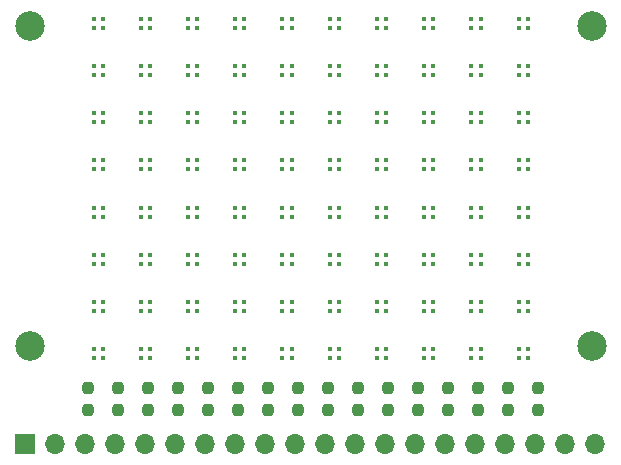
<source format=gbr>
%TF.GenerationSoftware,KiCad,Pcbnew,(6.0.10)*%
%TF.CreationDate,2023-02-01T20:58:39-08:00*%
%TF.ProjectId,pico8t-matrix,7069636f-3874-42d6-9d61-747269782e6b,rev?*%
%TF.SameCoordinates,Original*%
%TF.FileFunction,Soldermask,Top*%
%TF.FilePolarity,Negative*%
%FSLAX46Y46*%
G04 Gerber Fmt 4.6, Leading zero omitted, Abs format (unit mm)*
G04 Created by KiCad (PCBNEW (6.0.10)) date 2023-02-01 20:58:39*
%MOMM*%
%LPD*%
G01*
G04 APERTURE LIST*
G04 Aperture macros list*
%AMRoundRect*
0 Rectangle with rounded corners*
0 $1 Rounding radius*
0 $2 $3 $4 $5 $6 $7 $8 $9 X,Y pos of 4 corners*
0 Add a 4 corners polygon primitive as box body*
4,1,4,$2,$3,$4,$5,$6,$7,$8,$9,$2,$3,0*
0 Add four circle primitives for the rounded corners*
1,1,$1+$1,$2,$3*
1,1,$1+$1,$4,$5*
1,1,$1+$1,$6,$7*
1,1,$1+$1,$8,$9*
0 Add four rect primitives between the rounded corners*
20,1,$1+$1,$2,$3,$4,$5,0*
20,1,$1+$1,$4,$5,$6,$7,0*
20,1,$1+$1,$6,$7,$8,$9,0*
20,1,$1+$1,$8,$9,$2,$3,0*%
G04 Aperture macros list end*
%ADD10R,0.450000X0.450000*%
%ADD11RoundRect,0.237500X-0.237500X0.250000X-0.237500X-0.250000X0.237500X-0.250000X0.237500X0.250000X0*%
%ADD12C,2.500000*%
%ADD13O,1.700000X1.700000*%
%ADD14R,1.700000X1.700000*%
G04 APERTURE END LIST*
D10*
%TO.C,D42*%
X51625000Y-31565000D03*
X51625000Y-30795000D03*
X52395000Y-30795000D03*
X52395000Y-31565000D03*
%TD*%
%TO.C,D45*%
X63625000Y-31565000D03*
X63625000Y-30795000D03*
X64395000Y-30795000D03*
X64395000Y-31565000D03*
%TD*%
%TO.C,D51*%
X47625000Y-35565000D03*
X47625000Y-34795000D03*
X48395000Y-34795000D03*
X48395000Y-35565000D03*
%TD*%
%TO.C,D76*%
X67625000Y-43565000D03*
X67625000Y-42795000D03*
X68395000Y-42795000D03*
X68395000Y-43565000D03*
%TD*%
%TO.C,D73*%
X55625000Y-43565000D03*
X55625000Y-42795000D03*
X56395000Y-42795000D03*
X56395000Y-43565000D03*
%TD*%
%TO.C,D61*%
X47625000Y-39565000D03*
X47625000Y-38795000D03*
X48395000Y-38795000D03*
X48395000Y-39565000D03*
%TD*%
%TO.C,D14*%
X59625000Y-19565000D03*
X59625000Y-18795000D03*
X60395000Y-18795000D03*
X60395000Y-19565000D03*
%TD*%
%TO.C,D1*%
X47625000Y-15565000D03*
X47625000Y-14795000D03*
X48395000Y-14795000D03*
X48395000Y-15565000D03*
%TD*%
%TO.C,D24*%
X59625000Y-23565000D03*
X59625000Y-22795000D03*
X60395000Y-22795000D03*
X60395000Y-23565000D03*
%TD*%
%TO.C,D20*%
X43625000Y-23565000D03*
X43625000Y-22795000D03*
X44395000Y-22795000D03*
X44395000Y-23565000D03*
%TD*%
%TO.C,D33*%
X55625000Y-27565000D03*
X55625000Y-26795000D03*
X56395000Y-26795000D03*
X56395000Y-27565000D03*
%TD*%
%TO.C,D7*%
X71625000Y-15565000D03*
X71625000Y-14795000D03*
X72395000Y-14795000D03*
X72395000Y-15565000D03*
%TD*%
%TO.C,D59*%
X79625000Y-35565000D03*
X79625000Y-34795000D03*
X80395000Y-34795000D03*
X80395000Y-35565000D03*
%TD*%
%TO.C,D2*%
X51625000Y-15565000D03*
X51625000Y-14795000D03*
X52395000Y-14795000D03*
X52395000Y-15565000D03*
%TD*%
%TO.C,D5*%
X63625000Y-15565000D03*
X63625000Y-14795000D03*
X64395000Y-14795000D03*
X64395000Y-15565000D03*
%TD*%
%TO.C,D50*%
X43625000Y-35565000D03*
X43625000Y-34795000D03*
X44395000Y-34795000D03*
X44395000Y-35565000D03*
%TD*%
%TO.C,D9*%
X79625000Y-15565000D03*
X79625000Y-14795000D03*
X80395000Y-14795000D03*
X80395000Y-15565000D03*
%TD*%
%TO.C,D22*%
X51625000Y-23565000D03*
X51625000Y-22795000D03*
X52395000Y-22795000D03*
X52395000Y-23565000D03*
%TD*%
%TO.C,D28*%
X75625000Y-23565000D03*
X75625000Y-22795000D03*
X76395000Y-22795000D03*
X76395000Y-23565000D03*
%TD*%
%TO.C,D46*%
X67625000Y-31565000D03*
X67625000Y-30795000D03*
X68395000Y-30795000D03*
X68395000Y-31565000D03*
%TD*%
%TO.C,D17*%
X71625000Y-19565000D03*
X71625000Y-18795000D03*
X72395000Y-18795000D03*
X72395000Y-19565000D03*
%TD*%
%TO.C,D29*%
X79625000Y-23565000D03*
X79625000Y-22795000D03*
X80395000Y-22795000D03*
X80395000Y-23565000D03*
%TD*%
%TO.C,D18*%
X75625000Y-19565000D03*
X75625000Y-18795000D03*
X76395000Y-18795000D03*
X76395000Y-19565000D03*
%TD*%
%TO.C,D37*%
X71625000Y-27565000D03*
X71625000Y-26795000D03*
X72395000Y-26795000D03*
X72395000Y-27565000D03*
%TD*%
%TO.C,D56*%
X67625000Y-35565000D03*
X67625000Y-34795000D03*
X68395000Y-34795000D03*
X68395000Y-35565000D03*
%TD*%
%TO.C,D19*%
X79625000Y-19565000D03*
X79625000Y-18795000D03*
X80395000Y-18795000D03*
X80395000Y-19565000D03*
%TD*%
%TO.C,D53*%
X55625000Y-35565000D03*
X55625000Y-34795000D03*
X56395000Y-34795000D03*
X56395000Y-35565000D03*
%TD*%
%TO.C,D47*%
X71625000Y-31565000D03*
X71625000Y-30795000D03*
X72395000Y-30795000D03*
X72395000Y-31565000D03*
%TD*%
%TO.C,D69*%
X79625000Y-39565000D03*
X79625000Y-38795000D03*
X80395000Y-38795000D03*
X80395000Y-39565000D03*
%TD*%
%TO.C,D67*%
X71625000Y-39565000D03*
X71625000Y-38795000D03*
X72395000Y-38795000D03*
X72395000Y-39565000D03*
%TD*%
%TO.C,D43*%
X55625000Y-31565000D03*
X55625000Y-30795000D03*
X56395000Y-30795000D03*
X56395000Y-31565000D03*
%TD*%
%TO.C,D68*%
X75625000Y-39565000D03*
X75625000Y-38795000D03*
X76395000Y-38795000D03*
X76395000Y-39565000D03*
%TD*%
%TO.C,D58*%
X75625000Y-35565000D03*
X75625000Y-34795000D03*
X76395000Y-34795000D03*
X76395000Y-35565000D03*
%TD*%
%TO.C,D64*%
X59625000Y-39565000D03*
X59625000Y-38795000D03*
X60395000Y-38795000D03*
X60395000Y-39565000D03*
%TD*%
%TO.C,D71*%
X47625000Y-43565000D03*
X47625000Y-42795000D03*
X48395000Y-42795000D03*
X48395000Y-43565000D03*
%TD*%
%TO.C,D0*%
X43625000Y-15565000D03*
X43625000Y-14795000D03*
X44395000Y-14795000D03*
X44395000Y-15565000D03*
%TD*%
%TO.C,D26*%
X67625000Y-23565000D03*
X67625000Y-22795000D03*
X68395000Y-22795000D03*
X68395000Y-23565000D03*
%TD*%
%TO.C,D4*%
X59625000Y-15565000D03*
X59625000Y-14795000D03*
X60395000Y-14795000D03*
X60395000Y-15565000D03*
%TD*%
%TO.C,D40*%
X43625000Y-31565000D03*
X43625000Y-30795000D03*
X44395000Y-30795000D03*
X44395000Y-31565000D03*
%TD*%
%TO.C,D60*%
X43625000Y-39565000D03*
X43625000Y-38795000D03*
X44395000Y-38795000D03*
X44395000Y-39565000D03*
%TD*%
%TO.C,D31*%
X47625000Y-27565000D03*
X47625000Y-26795000D03*
X48395000Y-26795000D03*
X48395000Y-27565000D03*
%TD*%
%TO.C,D36*%
X67625000Y-27565000D03*
X67625000Y-26795000D03*
X68395000Y-26795000D03*
X68395000Y-27565000D03*
%TD*%
%TO.C,D52*%
X51625000Y-35565000D03*
X51625000Y-34795000D03*
X52395000Y-34795000D03*
X52395000Y-35565000D03*
%TD*%
%TO.C,D39*%
X79625000Y-27565000D03*
X79625000Y-26795000D03*
X80395000Y-26795000D03*
X80395000Y-27565000D03*
%TD*%
%TO.C,D49*%
X79625000Y-31565000D03*
X79625000Y-30795000D03*
X80395000Y-30795000D03*
X80395000Y-31565000D03*
%TD*%
%TO.C,D38*%
X75625000Y-27565000D03*
X75625000Y-26795000D03*
X76395000Y-26795000D03*
X76395000Y-27565000D03*
%TD*%
%TO.C,D62*%
X51625000Y-39565000D03*
X51625000Y-38795000D03*
X52395000Y-38795000D03*
X52395000Y-39565000D03*
%TD*%
%TO.C,D8*%
X75625000Y-15565000D03*
X75625000Y-14795000D03*
X76395000Y-14795000D03*
X76395000Y-15565000D03*
%TD*%
%TO.C,D34*%
X59625000Y-27565000D03*
X59625000Y-26795000D03*
X60395000Y-26795000D03*
X60395000Y-27565000D03*
%TD*%
%TO.C,D55*%
X63625000Y-35565000D03*
X63625000Y-34795000D03*
X64395000Y-34795000D03*
X64395000Y-35565000D03*
%TD*%
%TO.C,D75*%
X63625000Y-43565000D03*
X63625000Y-42795000D03*
X64395000Y-42795000D03*
X64395000Y-43565000D03*
%TD*%
%TO.C,D74*%
X59625000Y-43565000D03*
X59625000Y-42795000D03*
X60395000Y-42795000D03*
X60395000Y-43565000D03*
%TD*%
%TO.C,D70*%
X43625000Y-43565000D03*
X43625000Y-42795000D03*
X44395000Y-42795000D03*
X44395000Y-43565000D03*
%TD*%
%TO.C,D54*%
X59625000Y-35565000D03*
X59625000Y-34795000D03*
X60395000Y-34795000D03*
X60395000Y-35565000D03*
%TD*%
%TO.C,D25*%
X63625000Y-23565000D03*
X63625000Y-22795000D03*
X64395000Y-22795000D03*
X64395000Y-23565000D03*
%TD*%
%TO.C,D66*%
X67625000Y-39565000D03*
X67625000Y-38795000D03*
X68395000Y-38795000D03*
X68395000Y-39565000D03*
%TD*%
%TO.C,D12*%
X51625000Y-19565000D03*
X51625000Y-18795000D03*
X52395000Y-18795000D03*
X52395000Y-19565000D03*
%TD*%
%TO.C,D13*%
X55625000Y-19565000D03*
X55625000Y-18795000D03*
X56395000Y-18795000D03*
X56395000Y-19565000D03*
%TD*%
%TO.C,D48*%
X75625000Y-31565000D03*
X75625000Y-30795000D03*
X76395000Y-30795000D03*
X76395000Y-31565000D03*
%TD*%
%TO.C,D63*%
X55625000Y-39565000D03*
X55625000Y-38795000D03*
X56395000Y-38795000D03*
X56395000Y-39565000D03*
%TD*%
%TO.C,D44*%
X59625000Y-31565000D03*
X59625000Y-30795000D03*
X60395000Y-30795000D03*
X60395000Y-31565000D03*
%TD*%
%TO.C,D16*%
X67625000Y-19565000D03*
X67625000Y-18795000D03*
X68395000Y-18795000D03*
X68395000Y-19565000D03*
%TD*%
%TO.C,D6*%
X67625000Y-15565000D03*
X67625000Y-14795000D03*
X68395000Y-14795000D03*
X68395000Y-15565000D03*
%TD*%
%TO.C,D10*%
X43625000Y-19565000D03*
X43625000Y-18795000D03*
X44395000Y-18795000D03*
X44395000Y-19565000D03*
%TD*%
%TO.C,D79*%
X79625000Y-43565000D03*
X79625000Y-42795000D03*
X80395000Y-42795000D03*
X80395000Y-43565000D03*
%TD*%
%TO.C,D65*%
X63625000Y-39565000D03*
X63625000Y-38795000D03*
X64395000Y-38795000D03*
X64395000Y-39565000D03*
%TD*%
%TO.C,D57*%
X71625000Y-35565000D03*
X71625000Y-34795000D03*
X72395000Y-34795000D03*
X72395000Y-35565000D03*
%TD*%
%TO.C,D78*%
X75625000Y-43565000D03*
X75625000Y-42795000D03*
X76395000Y-42795000D03*
X76395000Y-43565000D03*
%TD*%
%TO.C,D32*%
X51625000Y-27565000D03*
X51625000Y-26795000D03*
X52395000Y-26795000D03*
X52395000Y-27565000D03*
%TD*%
%TO.C,D27*%
X71625000Y-23565000D03*
X71625000Y-22795000D03*
X72395000Y-22795000D03*
X72395000Y-23565000D03*
%TD*%
%TO.C,D15*%
X63625000Y-19565000D03*
X63625000Y-18795000D03*
X64395000Y-18795000D03*
X64395000Y-19565000D03*
%TD*%
%TO.C,D30*%
X43625000Y-27565000D03*
X43625000Y-26795000D03*
X44395000Y-26795000D03*
X44395000Y-27565000D03*
%TD*%
%TO.C,D41*%
X47625000Y-31565000D03*
X47625000Y-30795000D03*
X48395000Y-30795000D03*
X48395000Y-31565000D03*
%TD*%
%TO.C,D35*%
X63625000Y-27565000D03*
X63625000Y-26795000D03*
X64395000Y-26795000D03*
X64395000Y-27565000D03*
%TD*%
%TO.C,D3*%
X55625000Y-15565000D03*
X55625000Y-14795000D03*
X56395000Y-14795000D03*
X56395000Y-15565000D03*
%TD*%
%TO.C,D21*%
X47625000Y-23565000D03*
X47625000Y-22795000D03*
X48395000Y-22795000D03*
X48395000Y-23565000D03*
%TD*%
%TO.C,D23*%
X55625000Y-23565000D03*
X55625000Y-22795000D03*
X56395000Y-22795000D03*
X56395000Y-23565000D03*
%TD*%
%TO.C,D77*%
X71625000Y-43565000D03*
X71625000Y-42795000D03*
X72395000Y-42795000D03*
X72395000Y-43565000D03*
%TD*%
%TO.C,D11*%
X47625000Y-19565000D03*
X47625000Y-18795000D03*
X48395000Y-18795000D03*
X48395000Y-19565000D03*
%TD*%
%TO.C,D72*%
X51625000Y-43565000D03*
X51625000Y-42795000D03*
X52395000Y-42795000D03*
X52395000Y-43565000D03*
%TD*%
D11*
%TO.C,R7*%
X60960000Y-46077500D03*
X60960000Y-47902500D03*
%TD*%
%TO.C,R3*%
X50800000Y-46077500D03*
X50800000Y-47902500D03*
%TD*%
D12*
%TO.C,REF\u002A\u002A*%
X38210000Y-15383000D03*
%TD*%
D11*
%TO.C,R11*%
X71120000Y-46077500D03*
X71120000Y-47902500D03*
%TD*%
D12*
%TO.C,REF\u002A\u002A*%
X85810000Y-42554000D03*
%TD*%
D13*
%TO.C,J0*%
X86111000Y-50800000D03*
X83571000Y-50800000D03*
X81031000Y-50800000D03*
X78491000Y-50800000D03*
X75951000Y-50800000D03*
X73411000Y-50800000D03*
X70871000Y-50800000D03*
X68331000Y-50800000D03*
X65791000Y-50800000D03*
X63251000Y-50800000D03*
X60711000Y-50800000D03*
X58171000Y-50800000D03*
X55631000Y-50800000D03*
X53091000Y-50800000D03*
X50551000Y-50800000D03*
X48011000Y-50800000D03*
X45471000Y-50800000D03*
X42931000Y-50800000D03*
X40391000Y-50800000D03*
D14*
X37851000Y-50800000D03*
%TD*%
D11*
%TO.C,R6*%
X58420000Y-46077500D03*
X58420000Y-47902500D03*
%TD*%
%TO.C,R4*%
X53340000Y-46077500D03*
X53340000Y-47902500D03*
%TD*%
%TO.C,R12*%
X73660000Y-46077500D03*
X73660000Y-47902500D03*
%TD*%
%TO.C,R0*%
X43180000Y-46077500D03*
X43180000Y-47902500D03*
%TD*%
%TO.C,R15*%
X81280000Y-46077500D03*
X81280000Y-47902500D03*
%TD*%
%TO.C,R8*%
X63500000Y-46077500D03*
X63500000Y-47902500D03*
%TD*%
%TO.C,R2*%
X48260000Y-46077500D03*
X48260000Y-47902500D03*
%TD*%
D12*
%TO.C,REF\u002A\u002A*%
X38210000Y-42554000D03*
%TD*%
D11*
%TO.C,R10*%
X68580000Y-46077500D03*
X68580000Y-47902500D03*
%TD*%
D12*
%TO.C,REF\u002A\u002A*%
X85810000Y-15420000D03*
%TD*%
D11*
%TO.C,R1*%
X45720000Y-46077500D03*
X45720000Y-47902500D03*
%TD*%
%TO.C,R5*%
X55880000Y-46077500D03*
X55880000Y-47902500D03*
%TD*%
%TO.C,R13*%
X76200000Y-46077500D03*
X76200000Y-47902500D03*
%TD*%
%TO.C,R14*%
X78740000Y-46077500D03*
X78740000Y-47902500D03*
%TD*%
%TO.C,R9*%
X66040000Y-46077500D03*
X66040000Y-47902500D03*
%TD*%
M02*

</source>
